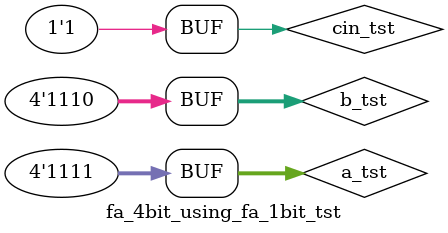
<source format=v>
module fa_4bit_using_fa_1bit_tst() ;

	wire [3:0] sum_tst ;
	wire cout_tst ;
	reg [3:0] a_tst, b_tst ;
	reg cin_tst ;

	fa_4bit_using_fa_1bit DUT(a_tst, b_tst, cin_tst, sum_tst, cout_tst) ;

	initial
		begin
			{a_tst, b_tst, cin_tst} = 9 'd0 ;
			#50 {a_tst, b_tst, cin_tst} = 9 'd2 ;
			#50 {a_tst, b_tst, cin_tst} = 9 'd4 ;
			#50 {a_tst, b_tst, cin_tst} = 9 'd17 ;
			#50 {a_tst, b_tst, cin_tst} = 9 'd400 ;
			#50 {a_tst, b_tst, cin_tst} = 9 'd328 ;
			#50 {a_tst, b_tst, cin_tst} = 9 'd509 ;
		end

endmodule
			

</source>
